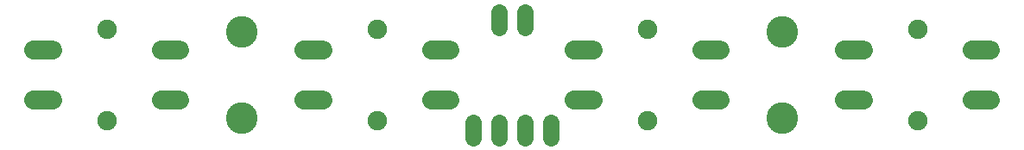
<source format=gbr>
G04 EAGLE Gerber RS-274X export*
G75*
%MOMM*%
%FSLAX34Y34*%
%LPD*%
%INSoldermask Top*%
%IPPOS*%
%AMOC8*
5,1,8,0,0,1.08239X$1,22.5*%
G01*
%ADD10C,3.100000*%
%ADD11C,1.890700*%
%ADD12C,1.903400*%
%ADD13C,1.624000*%


D10*
X235000Y115000D03*
X765000Y30000D03*
X765000Y115000D03*
X235000Y30000D03*
D11*
X296063Y47608D02*
X313970Y47608D01*
X421031Y47608D02*
X438938Y47608D01*
X313970Y97392D02*
X296063Y97392D01*
X421031Y97392D02*
X438938Y97392D01*
D12*
X367500Y27542D03*
X367500Y117458D03*
D11*
X561063Y47608D02*
X578970Y47608D01*
X686031Y47608D02*
X703938Y47608D01*
X578970Y97392D02*
X561063Y97392D01*
X686031Y97392D02*
X703938Y97392D01*
D12*
X632500Y27542D03*
X632500Y117458D03*
D11*
X826063Y47608D02*
X843970Y47608D01*
X951031Y47608D02*
X968938Y47608D01*
X843970Y97392D02*
X826063Y97392D01*
X951031Y97392D02*
X968938Y97392D01*
D12*
X897500Y27542D03*
X897500Y117458D03*
D11*
X48970Y47608D02*
X31063Y47608D01*
X156031Y47608D02*
X173938Y47608D01*
X48970Y97392D02*
X31063Y97392D01*
X156031Y97392D02*
X173938Y97392D01*
D12*
X102500Y27542D03*
X102500Y117458D03*
D13*
X512700Y119280D02*
X512700Y134520D01*
X487300Y134520D02*
X487300Y119280D01*
X461900Y25720D02*
X461900Y10480D01*
X487300Y10480D02*
X487300Y25720D01*
X512700Y25720D02*
X512700Y10480D01*
X538100Y10480D02*
X538100Y25720D01*
M02*

</source>
